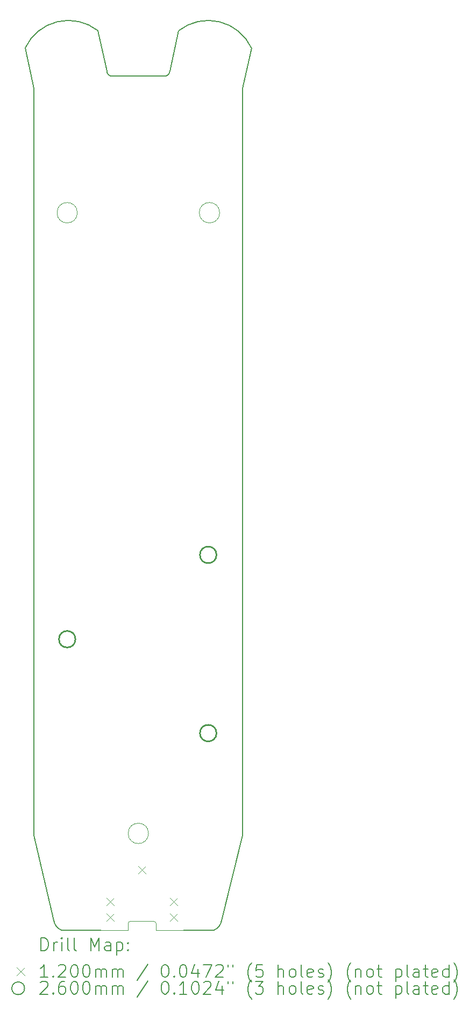
<source format=gbr>
%TF.GenerationSoftware,KiCad,Pcbnew,8.0.5*%
%TF.CreationDate,2025-02-18T01:30:24+08:00*%
%TF.ProjectId,troubleSeeker,74726f75-626c-4655-9365-656b65722e6b,rev?*%
%TF.SameCoordinates,Original*%
%TF.FileFunction,Drillmap*%
%TF.FilePolarity,Positive*%
%FSLAX45Y45*%
G04 Gerber Fmt 4.5, Leading zero omitted, Abs format (unit mm)*
G04 Created by KiCad (PCBNEW 8.0.5) date 2025-02-18 01:30:24*
%MOMM*%
%LPD*%
G01*
G04 APERTURE LIST*
%ADD10C,0.050000*%
%ADD11C,0.200000*%
%ADD12C,0.120000*%
%ADD13C,0.260000*%
G04 APERTURE END LIST*
D10*
X15590000Y-6840000D02*
G75*
G02*
X15270000Y-6840000I-160000J0D01*
G01*
X15270000Y-6840000D02*
G75*
G02*
X15590000Y-6840000I160000J0D01*
G01*
D11*
X12528381Y-4253373D02*
G75*
G02*
X13674610Y-3980000I681229J-316627D01*
G01*
X15951228Y-16620010D02*
X15620000Y-17960000D01*
X14945000Y-3980000D02*
X14805000Y-4615000D01*
X13674610Y-3980000D02*
X13814610Y-4615000D01*
D10*
X14470000Y-16590000D02*
G75*
G02*
X14150000Y-16590000I-160000J0D01*
G01*
X14150000Y-16590000D02*
G75*
G02*
X14470000Y-16590000I160000J0D01*
G01*
D11*
X13100282Y-18109275D02*
G75*
G02*
X12980000Y-17960000I69718J179275D01*
G01*
X12528381Y-4253373D02*
X12668382Y-4888373D01*
X15951228Y-12768387D02*
X15951228Y-16620010D01*
X16091228Y-4253373D02*
X15951228Y-4888373D01*
X14719615Y-4692870D02*
X13899995Y-4692870D01*
X15620000Y-17960000D02*
G75*
G02*
X15499718Y-18109275I-190000J30000D01*
G01*
X12668382Y-16620010D02*
X12980000Y-17960000D01*
X12668382Y-12768387D02*
X12668382Y-16620010D01*
X15951228Y-12768387D02*
X15951228Y-4888373D01*
X15020000Y-18110000D02*
X15499718Y-18109275D01*
X13899995Y-4692870D02*
G75*
G02*
X13814609Y-4615000I-7185J77870D01*
G01*
X12668382Y-12768387D02*
X12668382Y-4888373D01*
X14805000Y-4615000D02*
G75*
G02*
X14719615Y-4692869I-78200J0D01*
G01*
X14945000Y-3980000D02*
G75*
G02*
X16091228Y-4253373I465000J-590000D01*
G01*
X13720000Y-18110000D02*
X13100282Y-18109275D01*
D10*
X13350000Y-6840000D02*
G75*
G02*
X13030000Y-6840000I-160000J0D01*
G01*
X13030000Y-6840000D02*
G75*
G02*
X13350000Y-6840000I160000J0D01*
G01*
D12*
X14150000Y-18010000D02*
X14150000Y-18110000D01*
X14150000Y-18110000D02*
X13720000Y-18110000D01*
X14550000Y-17970000D02*
X14190000Y-17970000D01*
X14590000Y-18010000D02*
X14590000Y-18110000D01*
X14590000Y-18110000D02*
X15020000Y-18110000D01*
X14150000Y-18010000D02*
G75*
G02*
X14190000Y-17970000I40000J0D01*
G01*
X14550000Y-17970000D02*
G75*
G02*
X14590000Y-18010000I0J-40000D01*
G01*
D11*
D12*
X13810000Y-17600000D02*
X13930000Y-17720000D01*
X13930000Y-17600000D02*
X13810000Y-17720000D01*
X13810000Y-17850000D02*
X13930000Y-17970000D01*
X13930000Y-17850000D02*
X13810000Y-17970000D01*
X14310000Y-17100000D02*
X14430000Y-17220000D01*
X14430000Y-17100000D02*
X14310000Y-17220000D01*
X14810000Y-17600000D02*
X14930000Y-17720000D01*
X14930000Y-17600000D02*
X14810000Y-17720000D01*
X14810000Y-17850000D02*
X14930000Y-17970000D01*
X14930000Y-17850000D02*
X14810000Y-17970000D01*
D13*
X13320000Y-13540000D02*
G75*
G02*
X13060000Y-13540000I-130000J0D01*
G01*
X13060000Y-13540000D02*
G75*
G02*
X13320000Y-13540000I130000J0D01*
G01*
X15540000Y-12215000D02*
G75*
G02*
X15280000Y-12215000I-130000J0D01*
G01*
X15280000Y-12215000D02*
G75*
G02*
X15540000Y-12215000I130000J0D01*
G01*
X15540000Y-15015000D02*
G75*
G02*
X15280000Y-15015000I-130000J0D01*
G01*
X15280000Y-15015000D02*
G75*
G02*
X15540000Y-15015000I130000J0D01*
G01*
D11*
X12779158Y-18431484D02*
X12779158Y-18231484D01*
X12779158Y-18231484D02*
X12826777Y-18231484D01*
X12826777Y-18231484D02*
X12855349Y-18241008D01*
X12855349Y-18241008D02*
X12874396Y-18260055D01*
X12874396Y-18260055D02*
X12883920Y-18279103D01*
X12883920Y-18279103D02*
X12893444Y-18317198D01*
X12893444Y-18317198D02*
X12893444Y-18345770D01*
X12893444Y-18345770D02*
X12883920Y-18383865D01*
X12883920Y-18383865D02*
X12874396Y-18402912D01*
X12874396Y-18402912D02*
X12855349Y-18421960D01*
X12855349Y-18421960D02*
X12826777Y-18431484D01*
X12826777Y-18431484D02*
X12779158Y-18431484D01*
X12979158Y-18431484D02*
X12979158Y-18298150D01*
X12979158Y-18336246D02*
X12988682Y-18317198D01*
X12988682Y-18317198D02*
X12998206Y-18307674D01*
X12998206Y-18307674D02*
X13017253Y-18298150D01*
X13017253Y-18298150D02*
X13036301Y-18298150D01*
X13102968Y-18431484D02*
X13102968Y-18298150D01*
X13102968Y-18231484D02*
X13093444Y-18241008D01*
X13093444Y-18241008D02*
X13102968Y-18250531D01*
X13102968Y-18250531D02*
X13112492Y-18241008D01*
X13112492Y-18241008D02*
X13102968Y-18231484D01*
X13102968Y-18231484D02*
X13102968Y-18250531D01*
X13226777Y-18431484D02*
X13207730Y-18421960D01*
X13207730Y-18421960D02*
X13198206Y-18402912D01*
X13198206Y-18402912D02*
X13198206Y-18231484D01*
X13331539Y-18431484D02*
X13312492Y-18421960D01*
X13312492Y-18421960D02*
X13302968Y-18402912D01*
X13302968Y-18402912D02*
X13302968Y-18231484D01*
X13560111Y-18431484D02*
X13560111Y-18231484D01*
X13560111Y-18231484D02*
X13626777Y-18374341D01*
X13626777Y-18374341D02*
X13693444Y-18231484D01*
X13693444Y-18231484D02*
X13693444Y-18431484D01*
X13874396Y-18431484D02*
X13874396Y-18326722D01*
X13874396Y-18326722D02*
X13864873Y-18307674D01*
X13864873Y-18307674D02*
X13845825Y-18298150D01*
X13845825Y-18298150D02*
X13807730Y-18298150D01*
X13807730Y-18298150D02*
X13788682Y-18307674D01*
X13874396Y-18421960D02*
X13855349Y-18431484D01*
X13855349Y-18431484D02*
X13807730Y-18431484D01*
X13807730Y-18431484D02*
X13788682Y-18421960D01*
X13788682Y-18421960D02*
X13779158Y-18402912D01*
X13779158Y-18402912D02*
X13779158Y-18383865D01*
X13779158Y-18383865D02*
X13788682Y-18364817D01*
X13788682Y-18364817D02*
X13807730Y-18355293D01*
X13807730Y-18355293D02*
X13855349Y-18355293D01*
X13855349Y-18355293D02*
X13874396Y-18345770D01*
X13969634Y-18298150D02*
X13969634Y-18498150D01*
X13969634Y-18307674D02*
X13988682Y-18298150D01*
X13988682Y-18298150D02*
X14026777Y-18298150D01*
X14026777Y-18298150D02*
X14045825Y-18307674D01*
X14045825Y-18307674D02*
X14055349Y-18317198D01*
X14055349Y-18317198D02*
X14064873Y-18336246D01*
X14064873Y-18336246D02*
X14064873Y-18393389D01*
X14064873Y-18393389D02*
X14055349Y-18412436D01*
X14055349Y-18412436D02*
X14045825Y-18421960D01*
X14045825Y-18421960D02*
X14026777Y-18431484D01*
X14026777Y-18431484D02*
X13988682Y-18431484D01*
X13988682Y-18431484D02*
X13969634Y-18421960D01*
X14150587Y-18412436D02*
X14160111Y-18421960D01*
X14160111Y-18421960D02*
X14150587Y-18431484D01*
X14150587Y-18431484D02*
X14141063Y-18421960D01*
X14141063Y-18421960D02*
X14150587Y-18412436D01*
X14150587Y-18412436D02*
X14150587Y-18431484D01*
X14150587Y-18307674D02*
X14160111Y-18317198D01*
X14160111Y-18317198D02*
X14150587Y-18326722D01*
X14150587Y-18326722D02*
X14141063Y-18317198D01*
X14141063Y-18317198D02*
X14150587Y-18307674D01*
X14150587Y-18307674D02*
X14150587Y-18326722D01*
D12*
X12398381Y-18700000D02*
X12518381Y-18820000D01*
X12518381Y-18700000D02*
X12398381Y-18820000D01*
D11*
X12883920Y-18851484D02*
X12769634Y-18851484D01*
X12826777Y-18851484D02*
X12826777Y-18651484D01*
X12826777Y-18651484D02*
X12807730Y-18680055D01*
X12807730Y-18680055D02*
X12788682Y-18699103D01*
X12788682Y-18699103D02*
X12769634Y-18708627D01*
X12969634Y-18832436D02*
X12979158Y-18841960D01*
X12979158Y-18841960D02*
X12969634Y-18851484D01*
X12969634Y-18851484D02*
X12960111Y-18841960D01*
X12960111Y-18841960D02*
X12969634Y-18832436D01*
X12969634Y-18832436D02*
X12969634Y-18851484D01*
X13055349Y-18670531D02*
X13064873Y-18661008D01*
X13064873Y-18661008D02*
X13083920Y-18651484D01*
X13083920Y-18651484D02*
X13131539Y-18651484D01*
X13131539Y-18651484D02*
X13150587Y-18661008D01*
X13150587Y-18661008D02*
X13160111Y-18670531D01*
X13160111Y-18670531D02*
X13169634Y-18689579D01*
X13169634Y-18689579D02*
X13169634Y-18708627D01*
X13169634Y-18708627D02*
X13160111Y-18737198D01*
X13160111Y-18737198D02*
X13045825Y-18851484D01*
X13045825Y-18851484D02*
X13169634Y-18851484D01*
X13293444Y-18651484D02*
X13312492Y-18651484D01*
X13312492Y-18651484D02*
X13331539Y-18661008D01*
X13331539Y-18661008D02*
X13341063Y-18670531D01*
X13341063Y-18670531D02*
X13350587Y-18689579D01*
X13350587Y-18689579D02*
X13360111Y-18727674D01*
X13360111Y-18727674D02*
X13360111Y-18775293D01*
X13360111Y-18775293D02*
X13350587Y-18813389D01*
X13350587Y-18813389D02*
X13341063Y-18832436D01*
X13341063Y-18832436D02*
X13331539Y-18841960D01*
X13331539Y-18841960D02*
X13312492Y-18851484D01*
X13312492Y-18851484D02*
X13293444Y-18851484D01*
X13293444Y-18851484D02*
X13274396Y-18841960D01*
X13274396Y-18841960D02*
X13264873Y-18832436D01*
X13264873Y-18832436D02*
X13255349Y-18813389D01*
X13255349Y-18813389D02*
X13245825Y-18775293D01*
X13245825Y-18775293D02*
X13245825Y-18727674D01*
X13245825Y-18727674D02*
X13255349Y-18689579D01*
X13255349Y-18689579D02*
X13264873Y-18670531D01*
X13264873Y-18670531D02*
X13274396Y-18661008D01*
X13274396Y-18661008D02*
X13293444Y-18651484D01*
X13483920Y-18651484D02*
X13502968Y-18651484D01*
X13502968Y-18651484D02*
X13522015Y-18661008D01*
X13522015Y-18661008D02*
X13531539Y-18670531D01*
X13531539Y-18670531D02*
X13541063Y-18689579D01*
X13541063Y-18689579D02*
X13550587Y-18727674D01*
X13550587Y-18727674D02*
X13550587Y-18775293D01*
X13550587Y-18775293D02*
X13541063Y-18813389D01*
X13541063Y-18813389D02*
X13531539Y-18832436D01*
X13531539Y-18832436D02*
X13522015Y-18841960D01*
X13522015Y-18841960D02*
X13502968Y-18851484D01*
X13502968Y-18851484D02*
X13483920Y-18851484D01*
X13483920Y-18851484D02*
X13464873Y-18841960D01*
X13464873Y-18841960D02*
X13455349Y-18832436D01*
X13455349Y-18832436D02*
X13445825Y-18813389D01*
X13445825Y-18813389D02*
X13436301Y-18775293D01*
X13436301Y-18775293D02*
X13436301Y-18727674D01*
X13436301Y-18727674D02*
X13445825Y-18689579D01*
X13445825Y-18689579D02*
X13455349Y-18670531D01*
X13455349Y-18670531D02*
X13464873Y-18661008D01*
X13464873Y-18661008D02*
X13483920Y-18651484D01*
X13636301Y-18851484D02*
X13636301Y-18718150D01*
X13636301Y-18737198D02*
X13645825Y-18727674D01*
X13645825Y-18727674D02*
X13664873Y-18718150D01*
X13664873Y-18718150D02*
X13693444Y-18718150D01*
X13693444Y-18718150D02*
X13712492Y-18727674D01*
X13712492Y-18727674D02*
X13722015Y-18746722D01*
X13722015Y-18746722D02*
X13722015Y-18851484D01*
X13722015Y-18746722D02*
X13731539Y-18727674D01*
X13731539Y-18727674D02*
X13750587Y-18718150D01*
X13750587Y-18718150D02*
X13779158Y-18718150D01*
X13779158Y-18718150D02*
X13798206Y-18727674D01*
X13798206Y-18727674D02*
X13807730Y-18746722D01*
X13807730Y-18746722D02*
X13807730Y-18851484D01*
X13902968Y-18851484D02*
X13902968Y-18718150D01*
X13902968Y-18737198D02*
X13912492Y-18727674D01*
X13912492Y-18727674D02*
X13931539Y-18718150D01*
X13931539Y-18718150D02*
X13960111Y-18718150D01*
X13960111Y-18718150D02*
X13979158Y-18727674D01*
X13979158Y-18727674D02*
X13988682Y-18746722D01*
X13988682Y-18746722D02*
X13988682Y-18851484D01*
X13988682Y-18746722D02*
X13998206Y-18727674D01*
X13998206Y-18727674D02*
X14017254Y-18718150D01*
X14017254Y-18718150D02*
X14045825Y-18718150D01*
X14045825Y-18718150D02*
X14064873Y-18727674D01*
X14064873Y-18727674D02*
X14074396Y-18746722D01*
X14074396Y-18746722D02*
X14074396Y-18851484D01*
X14464873Y-18641960D02*
X14293444Y-18899103D01*
X14722016Y-18651484D02*
X14741063Y-18651484D01*
X14741063Y-18651484D02*
X14760111Y-18661008D01*
X14760111Y-18661008D02*
X14769635Y-18670531D01*
X14769635Y-18670531D02*
X14779158Y-18689579D01*
X14779158Y-18689579D02*
X14788682Y-18727674D01*
X14788682Y-18727674D02*
X14788682Y-18775293D01*
X14788682Y-18775293D02*
X14779158Y-18813389D01*
X14779158Y-18813389D02*
X14769635Y-18832436D01*
X14769635Y-18832436D02*
X14760111Y-18841960D01*
X14760111Y-18841960D02*
X14741063Y-18851484D01*
X14741063Y-18851484D02*
X14722016Y-18851484D01*
X14722016Y-18851484D02*
X14702968Y-18841960D01*
X14702968Y-18841960D02*
X14693444Y-18832436D01*
X14693444Y-18832436D02*
X14683920Y-18813389D01*
X14683920Y-18813389D02*
X14674397Y-18775293D01*
X14674397Y-18775293D02*
X14674397Y-18727674D01*
X14674397Y-18727674D02*
X14683920Y-18689579D01*
X14683920Y-18689579D02*
X14693444Y-18670531D01*
X14693444Y-18670531D02*
X14702968Y-18661008D01*
X14702968Y-18661008D02*
X14722016Y-18651484D01*
X14874397Y-18832436D02*
X14883920Y-18841960D01*
X14883920Y-18841960D02*
X14874397Y-18851484D01*
X14874397Y-18851484D02*
X14864873Y-18841960D01*
X14864873Y-18841960D02*
X14874397Y-18832436D01*
X14874397Y-18832436D02*
X14874397Y-18851484D01*
X15007730Y-18651484D02*
X15026778Y-18651484D01*
X15026778Y-18651484D02*
X15045825Y-18661008D01*
X15045825Y-18661008D02*
X15055349Y-18670531D01*
X15055349Y-18670531D02*
X15064873Y-18689579D01*
X15064873Y-18689579D02*
X15074397Y-18727674D01*
X15074397Y-18727674D02*
X15074397Y-18775293D01*
X15074397Y-18775293D02*
X15064873Y-18813389D01*
X15064873Y-18813389D02*
X15055349Y-18832436D01*
X15055349Y-18832436D02*
X15045825Y-18841960D01*
X15045825Y-18841960D02*
X15026778Y-18851484D01*
X15026778Y-18851484D02*
X15007730Y-18851484D01*
X15007730Y-18851484D02*
X14988682Y-18841960D01*
X14988682Y-18841960D02*
X14979158Y-18832436D01*
X14979158Y-18832436D02*
X14969635Y-18813389D01*
X14969635Y-18813389D02*
X14960111Y-18775293D01*
X14960111Y-18775293D02*
X14960111Y-18727674D01*
X14960111Y-18727674D02*
X14969635Y-18689579D01*
X14969635Y-18689579D02*
X14979158Y-18670531D01*
X14979158Y-18670531D02*
X14988682Y-18661008D01*
X14988682Y-18661008D02*
X15007730Y-18651484D01*
X15245825Y-18718150D02*
X15245825Y-18851484D01*
X15198206Y-18641960D02*
X15150587Y-18784817D01*
X15150587Y-18784817D02*
X15274397Y-18784817D01*
X15331539Y-18651484D02*
X15464873Y-18651484D01*
X15464873Y-18651484D02*
X15379158Y-18851484D01*
X15531539Y-18670531D02*
X15541063Y-18661008D01*
X15541063Y-18661008D02*
X15560111Y-18651484D01*
X15560111Y-18651484D02*
X15607730Y-18651484D01*
X15607730Y-18651484D02*
X15626778Y-18661008D01*
X15626778Y-18661008D02*
X15636301Y-18670531D01*
X15636301Y-18670531D02*
X15645825Y-18689579D01*
X15645825Y-18689579D02*
X15645825Y-18708627D01*
X15645825Y-18708627D02*
X15636301Y-18737198D01*
X15636301Y-18737198D02*
X15522016Y-18851484D01*
X15522016Y-18851484D02*
X15645825Y-18851484D01*
X15722016Y-18651484D02*
X15722016Y-18689579D01*
X15798206Y-18651484D02*
X15798206Y-18689579D01*
X16093444Y-18927674D02*
X16083920Y-18918150D01*
X16083920Y-18918150D02*
X16064873Y-18889579D01*
X16064873Y-18889579D02*
X16055349Y-18870531D01*
X16055349Y-18870531D02*
X16045825Y-18841960D01*
X16045825Y-18841960D02*
X16036301Y-18794341D01*
X16036301Y-18794341D02*
X16036301Y-18756246D01*
X16036301Y-18756246D02*
X16045825Y-18708627D01*
X16045825Y-18708627D02*
X16055349Y-18680055D01*
X16055349Y-18680055D02*
X16064873Y-18661008D01*
X16064873Y-18661008D02*
X16083920Y-18632436D01*
X16083920Y-18632436D02*
X16093444Y-18622912D01*
X16264873Y-18651484D02*
X16169635Y-18651484D01*
X16169635Y-18651484D02*
X16160111Y-18746722D01*
X16160111Y-18746722D02*
X16169635Y-18737198D01*
X16169635Y-18737198D02*
X16188682Y-18727674D01*
X16188682Y-18727674D02*
X16236301Y-18727674D01*
X16236301Y-18727674D02*
X16255349Y-18737198D01*
X16255349Y-18737198D02*
X16264873Y-18746722D01*
X16264873Y-18746722D02*
X16274397Y-18765770D01*
X16274397Y-18765770D02*
X16274397Y-18813389D01*
X16274397Y-18813389D02*
X16264873Y-18832436D01*
X16264873Y-18832436D02*
X16255349Y-18841960D01*
X16255349Y-18841960D02*
X16236301Y-18851484D01*
X16236301Y-18851484D02*
X16188682Y-18851484D01*
X16188682Y-18851484D02*
X16169635Y-18841960D01*
X16169635Y-18841960D02*
X16160111Y-18832436D01*
X16512492Y-18851484D02*
X16512492Y-18651484D01*
X16598206Y-18851484D02*
X16598206Y-18746722D01*
X16598206Y-18746722D02*
X16588682Y-18727674D01*
X16588682Y-18727674D02*
X16569635Y-18718150D01*
X16569635Y-18718150D02*
X16541063Y-18718150D01*
X16541063Y-18718150D02*
X16522016Y-18727674D01*
X16522016Y-18727674D02*
X16512492Y-18737198D01*
X16722016Y-18851484D02*
X16702968Y-18841960D01*
X16702968Y-18841960D02*
X16693444Y-18832436D01*
X16693444Y-18832436D02*
X16683921Y-18813389D01*
X16683921Y-18813389D02*
X16683921Y-18756246D01*
X16683921Y-18756246D02*
X16693444Y-18737198D01*
X16693444Y-18737198D02*
X16702968Y-18727674D01*
X16702968Y-18727674D02*
X16722016Y-18718150D01*
X16722016Y-18718150D02*
X16750587Y-18718150D01*
X16750587Y-18718150D02*
X16769635Y-18727674D01*
X16769635Y-18727674D02*
X16779159Y-18737198D01*
X16779159Y-18737198D02*
X16788683Y-18756246D01*
X16788683Y-18756246D02*
X16788683Y-18813389D01*
X16788683Y-18813389D02*
X16779159Y-18832436D01*
X16779159Y-18832436D02*
X16769635Y-18841960D01*
X16769635Y-18841960D02*
X16750587Y-18851484D01*
X16750587Y-18851484D02*
X16722016Y-18851484D01*
X16902968Y-18851484D02*
X16883921Y-18841960D01*
X16883921Y-18841960D02*
X16874397Y-18822912D01*
X16874397Y-18822912D02*
X16874397Y-18651484D01*
X17055349Y-18841960D02*
X17036302Y-18851484D01*
X17036302Y-18851484D02*
X16998206Y-18851484D01*
X16998206Y-18851484D02*
X16979159Y-18841960D01*
X16979159Y-18841960D02*
X16969635Y-18822912D01*
X16969635Y-18822912D02*
X16969635Y-18746722D01*
X16969635Y-18746722D02*
X16979159Y-18727674D01*
X16979159Y-18727674D02*
X16998206Y-18718150D01*
X16998206Y-18718150D02*
X17036302Y-18718150D01*
X17036302Y-18718150D02*
X17055349Y-18727674D01*
X17055349Y-18727674D02*
X17064873Y-18746722D01*
X17064873Y-18746722D02*
X17064873Y-18765770D01*
X17064873Y-18765770D02*
X16969635Y-18784817D01*
X17141064Y-18841960D02*
X17160111Y-18851484D01*
X17160111Y-18851484D02*
X17198206Y-18851484D01*
X17198206Y-18851484D02*
X17217254Y-18841960D01*
X17217254Y-18841960D02*
X17226778Y-18822912D01*
X17226778Y-18822912D02*
X17226778Y-18813389D01*
X17226778Y-18813389D02*
X17217254Y-18794341D01*
X17217254Y-18794341D02*
X17198206Y-18784817D01*
X17198206Y-18784817D02*
X17169635Y-18784817D01*
X17169635Y-18784817D02*
X17150587Y-18775293D01*
X17150587Y-18775293D02*
X17141064Y-18756246D01*
X17141064Y-18756246D02*
X17141064Y-18746722D01*
X17141064Y-18746722D02*
X17150587Y-18727674D01*
X17150587Y-18727674D02*
X17169635Y-18718150D01*
X17169635Y-18718150D02*
X17198206Y-18718150D01*
X17198206Y-18718150D02*
X17217254Y-18727674D01*
X17293445Y-18927674D02*
X17302968Y-18918150D01*
X17302968Y-18918150D02*
X17322016Y-18889579D01*
X17322016Y-18889579D02*
X17331540Y-18870531D01*
X17331540Y-18870531D02*
X17341064Y-18841960D01*
X17341064Y-18841960D02*
X17350587Y-18794341D01*
X17350587Y-18794341D02*
X17350587Y-18756246D01*
X17350587Y-18756246D02*
X17341064Y-18708627D01*
X17341064Y-18708627D02*
X17331540Y-18680055D01*
X17331540Y-18680055D02*
X17322016Y-18661008D01*
X17322016Y-18661008D02*
X17302968Y-18632436D01*
X17302968Y-18632436D02*
X17293445Y-18622912D01*
X17655349Y-18927674D02*
X17645825Y-18918150D01*
X17645825Y-18918150D02*
X17626778Y-18889579D01*
X17626778Y-18889579D02*
X17617254Y-18870531D01*
X17617254Y-18870531D02*
X17607730Y-18841960D01*
X17607730Y-18841960D02*
X17598206Y-18794341D01*
X17598206Y-18794341D02*
X17598206Y-18756246D01*
X17598206Y-18756246D02*
X17607730Y-18708627D01*
X17607730Y-18708627D02*
X17617254Y-18680055D01*
X17617254Y-18680055D02*
X17626778Y-18661008D01*
X17626778Y-18661008D02*
X17645825Y-18632436D01*
X17645825Y-18632436D02*
X17655349Y-18622912D01*
X17731540Y-18718150D02*
X17731540Y-18851484D01*
X17731540Y-18737198D02*
X17741064Y-18727674D01*
X17741064Y-18727674D02*
X17760111Y-18718150D01*
X17760111Y-18718150D02*
X17788683Y-18718150D01*
X17788683Y-18718150D02*
X17807730Y-18727674D01*
X17807730Y-18727674D02*
X17817254Y-18746722D01*
X17817254Y-18746722D02*
X17817254Y-18851484D01*
X17941064Y-18851484D02*
X17922016Y-18841960D01*
X17922016Y-18841960D02*
X17912492Y-18832436D01*
X17912492Y-18832436D02*
X17902968Y-18813389D01*
X17902968Y-18813389D02*
X17902968Y-18756246D01*
X17902968Y-18756246D02*
X17912492Y-18737198D01*
X17912492Y-18737198D02*
X17922016Y-18727674D01*
X17922016Y-18727674D02*
X17941064Y-18718150D01*
X17941064Y-18718150D02*
X17969635Y-18718150D01*
X17969635Y-18718150D02*
X17988683Y-18727674D01*
X17988683Y-18727674D02*
X17998206Y-18737198D01*
X17998206Y-18737198D02*
X18007730Y-18756246D01*
X18007730Y-18756246D02*
X18007730Y-18813389D01*
X18007730Y-18813389D02*
X17998206Y-18832436D01*
X17998206Y-18832436D02*
X17988683Y-18841960D01*
X17988683Y-18841960D02*
X17969635Y-18851484D01*
X17969635Y-18851484D02*
X17941064Y-18851484D01*
X18064873Y-18718150D02*
X18141064Y-18718150D01*
X18093445Y-18651484D02*
X18093445Y-18822912D01*
X18093445Y-18822912D02*
X18102968Y-18841960D01*
X18102968Y-18841960D02*
X18122016Y-18851484D01*
X18122016Y-18851484D02*
X18141064Y-18851484D01*
X18360111Y-18718150D02*
X18360111Y-18918150D01*
X18360111Y-18727674D02*
X18379159Y-18718150D01*
X18379159Y-18718150D02*
X18417254Y-18718150D01*
X18417254Y-18718150D02*
X18436302Y-18727674D01*
X18436302Y-18727674D02*
X18445826Y-18737198D01*
X18445826Y-18737198D02*
X18455349Y-18756246D01*
X18455349Y-18756246D02*
X18455349Y-18813389D01*
X18455349Y-18813389D02*
X18445826Y-18832436D01*
X18445826Y-18832436D02*
X18436302Y-18841960D01*
X18436302Y-18841960D02*
X18417254Y-18851484D01*
X18417254Y-18851484D02*
X18379159Y-18851484D01*
X18379159Y-18851484D02*
X18360111Y-18841960D01*
X18569635Y-18851484D02*
X18550587Y-18841960D01*
X18550587Y-18841960D02*
X18541064Y-18822912D01*
X18541064Y-18822912D02*
X18541064Y-18651484D01*
X18731540Y-18851484D02*
X18731540Y-18746722D01*
X18731540Y-18746722D02*
X18722016Y-18727674D01*
X18722016Y-18727674D02*
X18702968Y-18718150D01*
X18702968Y-18718150D02*
X18664873Y-18718150D01*
X18664873Y-18718150D02*
X18645826Y-18727674D01*
X18731540Y-18841960D02*
X18712492Y-18851484D01*
X18712492Y-18851484D02*
X18664873Y-18851484D01*
X18664873Y-18851484D02*
X18645826Y-18841960D01*
X18645826Y-18841960D02*
X18636302Y-18822912D01*
X18636302Y-18822912D02*
X18636302Y-18803865D01*
X18636302Y-18803865D02*
X18645826Y-18784817D01*
X18645826Y-18784817D02*
X18664873Y-18775293D01*
X18664873Y-18775293D02*
X18712492Y-18775293D01*
X18712492Y-18775293D02*
X18731540Y-18765770D01*
X18798207Y-18718150D02*
X18874397Y-18718150D01*
X18826778Y-18651484D02*
X18826778Y-18822912D01*
X18826778Y-18822912D02*
X18836302Y-18841960D01*
X18836302Y-18841960D02*
X18855349Y-18851484D01*
X18855349Y-18851484D02*
X18874397Y-18851484D01*
X19017254Y-18841960D02*
X18998207Y-18851484D01*
X18998207Y-18851484D02*
X18960111Y-18851484D01*
X18960111Y-18851484D02*
X18941064Y-18841960D01*
X18941064Y-18841960D02*
X18931540Y-18822912D01*
X18931540Y-18822912D02*
X18931540Y-18746722D01*
X18931540Y-18746722D02*
X18941064Y-18727674D01*
X18941064Y-18727674D02*
X18960111Y-18718150D01*
X18960111Y-18718150D02*
X18998207Y-18718150D01*
X18998207Y-18718150D02*
X19017254Y-18727674D01*
X19017254Y-18727674D02*
X19026778Y-18746722D01*
X19026778Y-18746722D02*
X19026778Y-18765770D01*
X19026778Y-18765770D02*
X18931540Y-18784817D01*
X19198207Y-18851484D02*
X19198207Y-18651484D01*
X19198207Y-18841960D02*
X19179159Y-18851484D01*
X19179159Y-18851484D02*
X19141064Y-18851484D01*
X19141064Y-18851484D02*
X19122016Y-18841960D01*
X19122016Y-18841960D02*
X19112492Y-18832436D01*
X19112492Y-18832436D02*
X19102968Y-18813389D01*
X19102968Y-18813389D02*
X19102968Y-18756246D01*
X19102968Y-18756246D02*
X19112492Y-18737198D01*
X19112492Y-18737198D02*
X19122016Y-18727674D01*
X19122016Y-18727674D02*
X19141064Y-18718150D01*
X19141064Y-18718150D02*
X19179159Y-18718150D01*
X19179159Y-18718150D02*
X19198207Y-18727674D01*
X19274397Y-18927674D02*
X19283921Y-18918150D01*
X19283921Y-18918150D02*
X19302968Y-18889579D01*
X19302968Y-18889579D02*
X19312492Y-18870531D01*
X19312492Y-18870531D02*
X19322016Y-18841960D01*
X19322016Y-18841960D02*
X19331540Y-18794341D01*
X19331540Y-18794341D02*
X19331540Y-18756246D01*
X19331540Y-18756246D02*
X19322016Y-18708627D01*
X19322016Y-18708627D02*
X19312492Y-18680055D01*
X19312492Y-18680055D02*
X19302968Y-18661008D01*
X19302968Y-18661008D02*
X19283921Y-18632436D01*
X19283921Y-18632436D02*
X19274397Y-18622912D01*
X12518381Y-19024000D02*
G75*
G02*
X12318381Y-19024000I-100000J0D01*
G01*
X12318381Y-19024000D02*
G75*
G02*
X12518381Y-19024000I100000J0D01*
G01*
X12769634Y-18934531D02*
X12779158Y-18925008D01*
X12779158Y-18925008D02*
X12798206Y-18915484D01*
X12798206Y-18915484D02*
X12845825Y-18915484D01*
X12845825Y-18915484D02*
X12864873Y-18925008D01*
X12864873Y-18925008D02*
X12874396Y-18934531D01*
X12874396Y-18934531D02*
X12883920Y-18953579D01*
X12883920Y-18953579D02*
X12883920Y-18972627D01*
X12883920Y-18972627D02*
X12874396Y-19001198D01*
X12874396Y-19001198D02*
X12760111Y-19115484D01*
X12760111Y-19115484D02*
X12883920Y-19115484D01*
X12969634Y-19096436D02*
X12979158Y-19105960D01*
X12979158Y-19105960D02*
X12969634Y-19115484D01*
X12969634Y-19115484D02*
X12960111Y-19105960D01*
X12960111Y-19105960D02*
X12969634Y-19096436D01*
X12969634Y-19096436D02*
X12969634Y-19115484D01*
X13150587Y-18915484D02*
X13112492Y-18915484D01*
X13112492Y-18915484D02*
X13093444Y-18925008D01*
X13093444Y-18925008D02*
X13083920Y-18934531D01*
X13083920Y-18934531D02*
X13064873Y-18963103D01*
X13064873Y-18963103D02*
X13055349Y-19001198D01*
X13055349Y-19001198D02*
X13055349Y-19077389D01*
X13055349Y-19077389D02*
X13064873Y-19096436D01*
X13064873Y-19096436D02*
X13074396Y-19105960D01*
X13074396Y-19105960D02*
X13093444Y-19115484D01*
X13093444Y-19115484D02*
X13131539Y-19115484D01*
X13131539Y-19115484D02*
X13150587Y-19105960D01*
X13150587Y-19105960D02*
X13160111Y-19096436D01*
X13160111Y-19096436D02*
X13169634Y-19077389D01*
X13169634Y-19077389D02*
X13169634Y-19029770D01*
X13169634Y-19029770D02*
X13160111Y-19010722D01*
X13160111Y-19010722D02*
X13150587Y-19001198D01*
X13150587Y-19001198D02*
X13131539Y-18991674D01*
X13131539Y-18991674D02*
X13093444Y-18991674D01*
X13093444Y-18991674D02*
X13074396Y-19001198D01*
X13074396Y-19001198D02*
X13064873Y-19010722D01*
X13064873Y-19010722D02*
X13055349Y-19029770D01*
X13293444Y-18915484D02*
X13312492Y-18915484D01*
X13312492Y-18915484D02*
X13331539Y-18925008D01*
X13331539Y-18925008D02*
X13341063Y-18934531D01*
X13341063Y-18934531D02*
X13350587Y-18953579D01*
X13350587Y-18953579D02*
X13360111Y-18991674D01*
X13360111Y-18991674D02*
X13360111Y-19039293D01*
X13360111Y-19039293D02*
X13350587Y-19077389D01*
X13350587Y-19077389D02*
X13341063Y-19096436D01*
X13341063Y-19096436D02*
X13331539Y-19105960D01*
X13331539Y-19105960D02*
X13312492Y-19115484D01*
X13312492Y-19115484D02*
X13293444Y-19115484D01*
X13293444Y-19115484D02*
X13274396Y-19105960D01*
X13274396Y-19105960D02*
X13264873Y-19096436D01*
X13264873Y-19096436D02*
X13255349Y-19077389D01*
X13255349Y-19077389D02*
X13245825Y-19039293D01*
X13245825Y-19039293D02*
X13245825Y-18991674D01*
X13245825Y-18991674D02*
X13255349Y-18953579D01*
X13255349Y-18953579D02*
X13264873Y-18934531D01*
X13264873Y-18934531D02*
X13274396Y-18925008D01*
X13274396Y-18925008D02*
X13293444Y-18915484D01*
X13483920Y-18915484D02*
X13502968Y-18915484D01*
X13502968Y-18915484D02*
X13522015Y-18925008D01*
X13522015Y-18925008D02*
X13531539Y-18934531D01*
X13531539Y-18934531D02*
X13541063Y-18953579D01*
X13541063Y-18953579D02*
X13550587Y-18991674D01*
X13550587Y-18991674D02*
X13550587Y-19039293D01*
X13550587Y-19039293D02*
X13541063Y-19077389D01*
X13541063Y-19077389D02*
X13531539Y-19096436D01*
X13531539Y-19096436D02*
X13522015Y-19105960D01*
X13522015Y-19105960D02*
X13502968Y-19115484D01*
X13502968Y-19115484D02*
X13483920Y-19115484D01*
X13483920Y-19115484D02*
X13464873Y-19105960D01*
X13464873Y-19105960D02*
X13455349Y-19096436D01*
X13455349Y-19096436D02*
X13445825Y-19077389D01*
X13445825Y-19077389D02*
X13436301Y-19039293D01*
X13436301Y-19039293D02*
X13436301Y-18991674D01*
X13436301Y-18991674D02*
X13445825Y-18953579D01*
X13445825Y-18953579D02*
X13455349Y-18934531D01*
X13455349Y-18934531D02*
X13464873Y-18925008D01*
X13464873Y-18925008D02*
X13483920Y-18915484D01*
X13636301Y-19115484D02*
X13636301Y-18982150D01*
X13636301Y-19001198D02*
X13645825Y-18991674D01*
X13645825Y-18991674D02*
X13664873Y-18982150D01*
X13664873Y-18982150D02*
X13693444Y-18982150D01*
X13693444Y-18982150D02*
X13712492Y-18991674D01*
X13712492Y-18991674D02*
X13722015Y-19010722D01*
X13722015Y-19010722D02*
X13722015Y-19115484D01*
X13722015Y-19010722D02*
X13731539Y-18991674D01*
X13731539Y-18991674D02*
X13750587Y-18982150D01*
X13750587Y-18982150D02*
X13779158Y-18982150D01*
X13779158Y-18982150D02*
X13798206Y-18991674D01*
X13798206Y-18991674D02*
X13807730Y-19010722D01*
X13807730Y-19010722D02*
X13807730Y-19115484D01*
X13902968Y-19115484D02*
X13902968Y-18982150D01*
X13902968Y-19001198D02*
X13912492Y-18991674D01*
X13912492Y-18991674D02*
X13931539Y-18982150D01*
X13931539Y-18982150D02*
X13960111Y-18982150D01*
X13960111Y-18982150D02*
X13979158Y-18991674D01*
X13979158Y-18991674D02*
X13988682Y-19010722D01*
X13988682Y-19010722D02*
X13988682Y-19115484D01*
X13988682Y-19010722D02*
X13998206Y-18991674D01*
X13998206Y-18991674D02*
X14017254Y-18982150D01*
X14017254Y-18982150D02*
X14045825Y-18982150D01*
X14045825Y-18982150D02*
X14064873Y-18991674D01*
X14064873Y-18991674D02*
X14074396Y-19010722D01*
X14074396Y-19010722D02*
X14074396Y-19115484D01*
X14464873Y-18905960D02*
X14293444Y-19163103D01*
X14722016Y-18915484D02*
X14741063Y-18915484D01*
X14741063Y-18915484D02*
X14760111Y-18925008D01*
X14760111Y-18925008D02*
X14769635Y-18934531D01*
X14769635Y-18934531D02*
X14779158Y-18953579D01*
X14779158Y-18953579D02*
X14788682Y-18991674D01*
X14788682Y-18991674D02*
X14788682Y-19039293D01*
X14788682Y-19039293D02*
X14779158Y-19077389D01*
X14779158Y-19077389D02*
X14769635Y-19096436D01*
X14769635Y-19096436D02*
X14760111Y-19105960D01*
X14760111Y-19105960D02*
X14741063Y-19115484D01*
X14741063Y-19115484D02*
X14722016Y-19115484D01*
X14722016Y-19115484D02*
X14702968Y-19105960D01*
X14702968Y-19105960D02*
X14693444Y-19096436D01*
X14693444Y-19096436D02*
X14683920Y-19077389D01*
X14683920Y-19077389D02*
X14674397Y-19039293D01*
X14674397Y-19039293D02*
X14674397Y-18991674D01*
X14674397Y-18991674D02*
X14683920Y-18953579D01*
X14683920Y-18953579D02*
X14693444Y-18934531D01*
X14693444Y-18934531D02*
X14702968Y-18925008D01*
X14702968Y-18925008D02*
X14722016Y-18915484D01*
X14874397Y-19096436D02*
X14883920Y-19105960D01*
X14883920Y-19105960D02*
X14874397Y-19115484D01*
X14874397Y-19115484D02*
X14864873Y-19105960D01*
X14864873Y-19105960D02*
X14874397Y-19096436D01*
X14874397Y-19096436D02*
X14874397Y-19115484D01*
X15074397Y-19115484D02*
X14960111Y-19115484D01*
X15017254Y-19115484D02*
X15017254Y-18915484D01*
X15017254Y-18915484D02*
X14998206Y-18944055D01*
X14998206Y-18944055D02*
X14979158Y-18963103D01*
X14979158Y-18963103D02*
X14960111Y-18972627D01*
X15198206Y-18915484D02*
X15217254Y-18915484D01*
X15217254Y-18915484D02*
X15236301Y-18925008D01*
X15236301Y-18925008D02*
X15245825Y-18934531D01*
X15245825Y-18934531D02*
X15255349Y-18953579D01*
X15255349Y-18953579D02*
X15264873Y-18991674D01*
X15264873Y-18991674D02*
X15264873Y-19039293D01*
X15264873Y-19039293D02*
X15255349Y-19077389D01*
X15255349Y-19077389D02*
X15245825Y-19096436D01*
X15245825Y-19096436D02*
X15236301Y-19105960D01*
X15236301Y-19105960D02*
X15217254Y-19115484D01*
X15217254Y-19115484D02*
X15198206Y-19115484D01*
X15198206Y-19115484D02*
X15179158Y-19105960D01*
X15179158Y-19105960D02*
X15169635Y-19096436D01*
X15169635Y-19096436D02*
X15160111Y-19077389D01*
X15160111Y-19077389D02*
X15150587Y-19039293D01*
X15150587Y-19039293D02*
X15150587Y-18991674D01*
X15150587Y-18991674D02*
X15160111Y-18953579D01*
X15160111Y-18953579D02*
X15169635Y-18934531D01*
X15169635Y-18934531D02*
X15179158Y-18925008D01*
X15179158Y-18925008D02*
X15198206Y-18915484D01*
X15341063Y-18934531D02*
X15350587Y-18925008D01*
X15350587Y-18925008D02*
X15369635Y-18915484D01*
X15369635Y-18915484D02*
X15417254Y-18915484D01*
X15417254Y-18915484D02*
X15436301Y-18925008D01*
X15436301Y-18925008D02*
X15445825Y-18934531D01*
X15445825Y-18934531D02*
X15455349Y-18953579D01*
X15455349Y-18953579D02*
X15455349Y-18972627D01*
X15455349Y-18972627D02*
X15445825Y-19001198D01*
X15445825Y-19001198D02*
X15331539Y-19115484D01*
X15331539Y-19115484D02*
X15455349Y-19115484D01*
X15626778Y-18982150D02*
X15626778Y-19115484D01*
X15579158Y-18905960D02*
X15531539Y-19048817D01*
X15531539Y-19048817D02*
X15655349Y-19048817D01*
X15722016Y-18915484D02*
X15722016Y-18953579D01*
X15798206Y-18915484D02*
X15798206Y-18953579D01*
X16093444Y-19191674D02*
X16083920Y-19182150D01*
X16083920Y-19182150D02*
X16064873Y-19153579D01*
X16064873Y-19153579D02*
X16055349Y-19134531D01*
X16055349Y-19134531D02*
X16045825Y-19105960D01*
X16045825Y-19105960D02*
X16036301Y-19058341D01*
X16036301Y-19058341D02*
X16036301Y-19020246D01*
X16036301Y-19020246D02*
X16045825Y-18972627D01*
X16045825Y-18972627D02*
X16055349Y-18944055D01*
X16055349Y-18944055D02*
X16064873Y-18925008D01*
X16064873Y-18925008D02*
X16083920Y-18896436D01*
X16083920Y-18896436D02*
X16093444Y-18886912D01*
X16150587Y-18915484D02*
X16274397Y-18915484D01*
X16274397Y-18915484D02*
X16207730Y-18991674D01*
X16207730Y-18991674D02*
X16236301Y-18991674D01*
X16236301Y-18991674D02*
X16255349Y-19001198D01*
X16255349Y-19001198D02*
X16264873Y-19010722D01*
X16264873Y-19010722D02*
X16274397Y-19029770D01*
X16274397Y-19029770D02*
X16274397Y-19077389D01*
X16274397Y-19077389D02*
X16264873Y-19096436D01*
X16264873Y-19096436D02*
X16255349Y-19105960D01*
X16255349Y-19105960D02*
X16236301Y-19115484D01*
X16236301Y-19115484D02*
X16179159Y-19115484D01*
X16179159Y-19115484D02*
X16160111Y-19105960D01*
X16160111Y-19105960D02*
X16150587Y-19096436D01*
X16512492Y-19115484D02*
X16512492Y-18915484D01*
X16598206Y-19115484D02*
X16598206Y-19010722D01*
X16598206Y-19010722D02*
X16588682Y-18991674D01*
X16588682Y-18991674D02*
X16569635Y-18982150D01*
X16569635Y-18982150D02*
X16541063Y-18982150D01*
X16541063Y-18982150D02*
X16522016Y-18991674D01*
X16522016Y-18991674D02*
X16512492Y-19001198D01*
X16722016Y-19115484D02*
X16702968Y-19105960D01*
X16702968Y-19105960D02*
X16693444Y-19096436D01*
X16693444Y-19096436D02*
X16683921Y-19077389D01*
X16683921Y-19077389D02*
X16683921Y-19020246D01*
X16683921Y-19020246D02*
X16693444Y-19001198D01*
X16693444Y-19001198D02*
X16702968Y-18991674D01*
X16702968Y-18991674D02*
X16722016Y-18982150D01*
X16722016Y-18982150D02*
X16750587Y-18982150D01*
X16750587Y-18982150D02*
X16769635Y-18991674D01*
X16769635Y-18991674D02*
X16779159Y-19001198D01*
X16779159Y-19001198D02*
X16788683Y-19020246D01*
X16788683Y-19020246D02*
X16788683Y-19077389D01*
X16788683Y-19077389D02*
X16779159Y-19096436D01*
X16779159Y-19096436D02*
X16769635Y-19105960D01*
X16769635Y-19105960D02*
X16750587Y-19115484D01*
X16750587Y-19115484D02*
X16722016Y-19115484D01*
X16902968Y-19115484D02*
X16883921Y-19105960D01*
X16883921Y-19105960D02*
X16874397Y-19086912D01*
X16874397Y-19086912D02*
X16874397Y-18915484D01*
X17055349Y-19105960D02*
X17036302Y-19115484D01*
X17036302Y-19115484D02*
X16998206Y-19115484D01*
X16998206Y-19115484D02*
X16979159Y-19105960D01*
X16979159Y-19105960D02*
X16969635Y-19086912D01*
X16969635Y-19086912D02*
X16969635Y-19010722D01*
X16969635Y-19010722D02*
X16979159Y-18991674D01*
X16979159Y-18991674D02*
X16998206Y-18982150D01*
X16998206Y-18982150D02*
X17036302Y-18982150D01*
X17036302Y-18982150D02*
X17055349Y-18991674D01*
X17055349Y-18991674D02*
X17064873Y-19010722D01*
X17064873Y-19010722D02*
X17064873Y-19029770D01*
X17064873Y-19029770D02*
X16969635Y-19048817D01*
X17141064Y-19105960D02*
X17160111Y-19115484D01*
X17160111Y-19115484D02*
X17198206Y-19115484D01*
X17198206Y-19115484D02*
X17217254Y-19105960D01*
X17217254Y-19105960D02*
X17226778Y-19086912D01*
X17226778Y-19086912D02*
X17226778Y-19077389D01*
X17226778Y-19077389D02*
X17217254Y-19058341D01*
X17217254Y-19058341D02*
X17198206Y-19048817D01*
X17198206Y-19048817D02*
X17169635Y-19048817D01*
X17169635Y-19048817D02*
X17150587Y-19039293D01*
X17150587Y-19039293D02*
X17141064Y-19020246D01*
X17141064Y-19020246D02*
X17141064Y-19010722D01*
X17141064Y-19010722D02*
X17150587Y-18991674D01*
X17150587Y-18991674D02*
X17169635Y-18982150D01*
X17169635Y-18982150D02*
X17198206Y-18982150D01*
X17198206Y-18982150D02*
X17217254Y-18991674D01*
X17293445Y-19191674D02*
X17302968Y-19182150D01*
X17302968Y-19182150D02*
X17322016Y-19153579D01*
X17322016Y-19153579D02*
X17331540Y-19134531D01*
X17331540Y-19134531D02*
X17341064Y-19105960D01*
X17341064Y-19105960D02*
X17350587Y-19058341D01*
X17350587Y-19058341D02*
X17350587Y-19020246D01*
X17350587Y-19020246D02*
X17341064Y-18972627D01*
X17341064Y-18972627D02*
X17331540Y-18944055D01*
X17331540Y-18944055D02*
X17322016Y-18925008D01*
X17322016Y-18925008D02*
X17302968Y-18896436D01*
X17302968Y-18896436D02*
X17293445Y-18886912D01*
X17655349Y-19191674D02*
X17645825Y-19182150D01*
X17645825Y-19182150D02*
X17626778Y-19153579D01*
X17626778Y-19153579D02*
X17617254Y-19134531D01*
X17617254Y-19134531D02*
X17607730Y-19105960D01*
X17607730Y-19105960D02*
X17598206Y-19058341D01*
X17598206Y-19058341D02*
X17598206Y-19020246D01*
X17598206Y-19020246D02*
X17607730Y-18972627D01*
X17607730Y-18972627D02*
X17617254Y-18944055D01*
X17617254Y-18944055D02*
X17626778Y-18925008D01*
X17626778Y-18925008D02*
X17645825Y-18896436D01*
X17645825Y-18896436D02*
X17655349Y-18886912D01*
X17731540Y-18982150D02*
X17731540Y-19115484D01*
X17731540Y-19001198D02*
X17741064Y-18991674D01*
X17741064Y-18991674D02*
X17760111Y-18982150D01*
X17760111Y-18982150D02*
X17788683Y-18982150D01*
X17788683Y-18982150D02*
X17807730Y-18991674D01*
X17807730Y-18991674D02*
X17817254Y-19010722D01*
X17817254Y-19010722D02*
X17817254Y-19115484D01*
X17941064Y-19115484D02*
X17922016Y-19105960D01*
X17922016Y-19105960D02*
X17912492Y-19096436D01*
X17912492Y-19096436D02*
X17902968Y-19077389D01*
X17902968Y-19077389D02*
X17902968Y-19020246D01*
X17902968Y-19020246D02*
X17912492Y-19001198D01*
X17912492Y-19001198D02*
X17922016Y-18991674D01*
X17922016Y-18991674D02*
X17941064Y-18982150D01*
X17941064Y-18982150D02*
X17969635Y-18982150D01*
X17969635Y-18982150D02*
X17988683Y-18991674D01*
X17988683Y-18991674D02*
X17998206Y-19001198D01*
X17998206Y-19001198D02*
X18007730Y-19020246D01*
X18007730Y-19020246D02*
X18007730Y-19077389D01*
X18007730Y-19077389D02*
X17998206Y-19096436D01*
X17998206Y-19096436D02*
X17988683Y-19105960D01*
X17988683Y-19105960D02*
X17969635Y-19115484D01*
X17969635Y-19115484D02*
X17941064Y-19115484D01*
X18064873Y-18982150D02*
X18141064Y-18982150D01*
X18093445Y-18915484D02*
X18093445Y-19086912D01*
X18093445Y-19086912D02*
X18102968Y-19105960D01*
X18102968Y-19105960D02*
X18122016Y-19115484D01*
X18122016Y-19115484D02*
X18141064Y-19115484D01*
X18360111Y-18982150D02*
X18360111Y-19182150D01*
X18360111Y-18991674D02*
X18379159Y-18982150D01*
X18379159Y-18982150D02*
X18417254Y-18982150D01*
X18417254Y-18982150D02*
X18436302Y-18991674D01*
X18436302Y-18991674D02*
X18445826Y-19001198D01*
X18445826Y-19001198D02*
X18455349Y-19020246D01*
X18455349Y-19020246D02*
X18455349Y-19077389D01*
X18455349Y-19077389D02*
X18445826Y-19096436D01*
X18445826Y-19096436D02*
X18436302Y-19105960D01*
X18436302Y-19105960D02*
X18417254Y-19115484D01*
X18417254Y-19115484D02*
X18379159Y-19115484D01*
X18379159Y-19115484D02*
X18360111Y-19105960D01*
X18569635Y-19115484D02*
X18550587Y-19105960D01*
X18550587Y-19105960D02*
X18541064Y-19086912D01*
X18541064Y-19086912D02*
X18541064Y-18915484D01*
X18731540Y-19115484D02*
X18731540Y-19010722D01*
X18731540Y-19010722D02*
X18722016Y-18991674D01*
X18722016Y-18991674D02*
X18702968Y-18982150D01*
X18702968Y-18982150D02*
X18664873Y-18982150D01*
X18664873Y-18982150D02*
X18645826Y-18991674D01*
X18731540Y-19105960D02*
X18712492Y-19115484D01*
X18712492Y-19115484D02*
X18664873Y-19115484D01*
X18664873Y-19115484D02*
X18645826Y-19105960D01*
X18645826Y-19105960D02*
X18636302Y-19086912D01*
X18636302Y-19086912D02*
X18636302Y-19067865D01*
X18636302Y-19067865D02*
X18645826Y-19048817D01*
X18645826Y-19048817D02*
X18664873Y-19039293D01*
X18664873Y-19039293D02*
X18712492Y-19039293D01*
X18712492Y-19039293D02*
X18731540Y-19029770D01*
X18798207Y-18982150D02*
X18874397Y-18982150D01*
X18826778Y-18915484D02*
X18826778Y-19086912D01*
X18826778Y-19086912D02*
X18836302Y-19105960D01*
X18836302Y-19105960D02*
X18855349Y-19115484D01*
X18855349Y-19115484D02*
X18874397Y-19115484D01*
X19017254Y-19105960D02*
X18998207Y-19115484D01*
X18998207Y-19115484D02*
X18960111Y-19115484D01*
X18960111Y-19115484D02*
X18941064Y-19105960D01*
X18941064Y-19105960D02*
X18931540Y-19086912D01*
X18931540Y-19086912D02*
X18931540Y-19010722D01*
X18931540Y-19010722D02*
X18941064Y-18991674D01*
X18941064Y-18991674D02*
X18960111Y-18982150D01*
X18960111Y-18982150D02*
X18998207Y-18982150D01*
X18998207Y-18982150D02*
X19017254Y-18991674D01*
X19017254Y-18991674D02*
X19026778Y-19010722D01*
X19026778Y-19010722D02*
X19026778Y-19029770D01*
X19026778Y-19029770D02*
X18931540Y-19048817D01*
X19198207Y-19115484D02*
X19198207Y-18915484D01*
X19198207Y-19105960D02*
X19179159Y-19115484D01*
X19179159Y-19115484D02*
X19141064Y-19115484D01*
X19141064Y-19115484D02*
X19122016Y-19105960D01*
X19122016Y-19105960D02*
X19112492Y-19096436D01*
X19112492Y-19096436D02*
X19102968Y-19077389D01*
X19102968Y-19077389D02*
X19102968Y-19020246D01*
X19102968Y-19020246D02*
X19112492Y-19001198D01*
X19112492Y-19001198D02*
X19122016Y-18991674D01*
X19122016Y-18991674D02*
X19141064Y-18982150D01*
X19141064Y-18982150D02*
X19179159Y-18982150D01*
X19179159Y-18982150D02*
X19198207Y-18991674D01*
X19274397Y-19191674D02*
X19283921Y-19182150D01*
X19283921Y-19182150D02*
X19302968Y-19153579D01*
X19302968Y-19153579D02*
X19312492Y-19134531D01*
X19312492Y-19134531D02*
X19322016Y-19105960D01*
X19322016Y-19105960D02*
X19331540Y-19058341D01*
X19331540Y-19058341D02*
X19331540Y-19020246D01*
X19331540Y-19020246D02*
X19322016Y-18972627D01*
X19322016Y-18972627D02*
X19312492Y-18944055D01*
X19312492Y-18944055D02*
X19302968Y-18925008D01*
X19302968Y-18925008D02*
X19283921Y-18896436D01*
X19283921Y-18896436D02*
X19274397Y-18886912D01*
M02*

</source>
